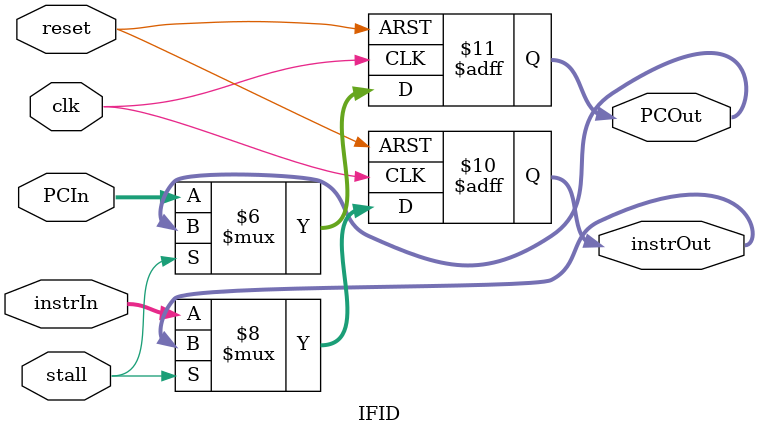
<source format=v>
`timescale 1ns / 1ps
module IFID(
	 input clk,
	 input stall,
	 input reset,
    input [31:0] instrIn,
    output reg [31:0] instrOut=0,
    input [31:0] PCIn,
    output reg [31:0] PCOut=0
    );
	 always@(posedge clk or posedge reset)begin
		  if(reset==1)begin
		      PCOut<=0;
				instrOut<=0;
		  end
		  else if(!stall)begin
		      PCOut<=PCIn;
				instrOut<=instrIn;
		  end
	 end


endmodule

</source>
